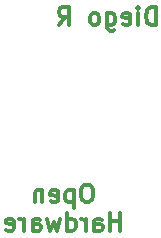
<source format=gbo>
G04 (created by PCBNEW (2013-07-07 BZR 4022)-stable) date 07/09/2014 13:51:04*
%MOIN*%
G04 Gerber Fmt 3.4, Leading zero omitted, Abs format*
%FSLAX34Y34*%
G01*
G70*
G90*
G04 APERTURE LIST*
%ADD10C,0.00590551*%
%ADD11C,0.011811*%
G04 APERTURE END LIST*
G54D10*
G54D11*
X49437Y-22089D02*
X49437Y-21498D01*
X49296Y-21498D01*
X49212Y-21526D01*
X49156Y-21583D01*
X49128Y-21639D01*
X49100Y-21751D01*
X49100Y-21836D01*
X49128Y-21948D01*
X49156Y-22005D01*
X49212Y-22061D01*
X49296Y-22089D01*
X49437Y-22089D01*
X48847Y-22089D02*
X48847Y-21695D01*
X48847Y-21498D02*
X48875Y-21526D01*
X48847Y-21555D01*
X48818Y-21526D01*
X48847Y-21498D01*
X48847Y-21555D01*
X48340Y-22061D02*
X48397Y-22089D01*
X48509Y-22089D01*
X48565Y-22061D01*
X48593Y-22005D01*
X48593Y-21780D01*
X48565Y-21723D01*
X48509Y-21695D01*
X48397Y-21695D01*
X48340Y-21723D01*
X48312Y-21780D01*
X48312Y-21836D01*
X48593Y-21892D01*
X47806Y-21695D02*
X47806Y-22173D01*
X47834Y-22230D01*
X47862Y-22258D01*
X47919Y-22286D01*
X48003Y-22286D01*
X48059Y-22258D01*
X47806Y-22061D02*
X47862Y-22089D01*
X47975Y-22089D01*
X48031Y-22061D01*
X48059Y-22033D01*
X48087Y-21976D01*
X48087Y-21808D01*
X48059Y-21751D01*
X48031Y-21723D01*
X47975Y-21695D01*
X47862Y-21695D01*
X47806Y-21723D01*
X47440Y-22089D02*
X47497Y-22061D01*
X47525Y-22033D01*
X47553Y-21976D01*
X47553Y-21808D01*
X47525Y-21751D01*
X47497Y-21723D01*
X47440Y-21695D01*
X47356Y-21695D01*
X47300Y-21723D01*
X47272Y-21751D01*
X47244Y-21808D01*
X47244Y-21976D01*
X47272Y-22033D01*
X47300Y-22061D01*
X47356Y-22089D01*
X47440Y-22089D01*
X46203Y-22089D02*
X46400Y-21808D01*
X46541Y-22089D02*
X46541Y-21498D01*
X46316Y-21498D01*
X46259Y-21526D01*
X46231Y-21555D01*
X46203Y-21611D01*
X46203Y-21695D01*
X46231Y-21751D01*
X46259Y-21780D01*
X46316Y-21808D01*
X46541Y-21808D01*
X47201Y-27404D02*
X47089Y-27404D01*
X47033Y-27432D01*
X46976Y-27488D01*
X46948Y-27601D01*
X46948Y-27798D01*
X46976Y-27910D01*
X47033Y-27966D01*
X47089Y-27994D01*
X47201Y-27994D01*
X47258Y-27966D01*
X47314Y-27910D01*
X47342Y-27798D01*
X47342Y-27601D01*
X47314Y-27488D01*
X47258Y-27432D01*
X47201Y-27404D01*
X46695Y-27601D02*
X46695Y-28191D01*
X46695Y-27629D02*
X46639Y-27601D01*
X46526Y-27601D01*
X46470Y-27629D01*
X46442Y-27657D01*
X46414Y-27713D01*
X46414Y-27882D01*
X46442Y-27938D01*
X46470Y-27966D01*
X46526Y-27994D01*
X46639Y-27994D01*
X46695Y-27966D01*
X45936Y-27966D02*
X45992Y-27994D01*
X46105Y-27994D01*
X46161Y-27966D01*
X46189Y-27910D01*
X46189Y-27685D01*
X46161Y-27629D01*
X46105Y-27601D01*
X45992Y-27601D01*
X45936Y-27629D01*
X45908Y-27685D01*
X45908Y-27741D01*
X46189Y-27798D01*
X45655Y-27601D02*
X45655Y-27994D01*
X45655Y-27657D02*
X45627Y-27629D01*
X45570Y-27601D01*
X45486Y-27601D01*
X45430Y-27629D01*
X45402Y-27685D01*
X45402Y-27994D01*
X48256Y-28939D02*
X48256Y-28349D01*
X48256Y-28630D02*
X47919Y-28630D01*
X47919Y-28939D02*
X47919Y-28349D01*
X47384Y-28939D02*
X47384Y-28630D01*
X47412Y-28574D01*
X47469Y-28546D01*
X47581Y-28546D01*
X47637Y-28574D01*
X47384Y-28911D02*
X47440Y-28939D01*
X47581Y-28939D01*
X47637Y-28911D01*
X47665Y-28855D01*
X47665Y-28799D01*
X47637Y-28742D01*
X47581Y-28714D01*
X47440Y-28714D01*
X47384Y-28686D01*
X47103Y-28939D02*
X47103Y-28546D01*
X47103Y-28658D02*
X47075Y-28602D01*
X47047Y-28574D01*
X46991Y-28546D01*
X46934Y-28546D01*
X46484Y-28939D02*
X46484Y-28349D01*
X46484Y-28911D02*
X46541Y-28939D01*
X46653Y-28939D01*
X46709Y-28911D01*
X46737Y-28883D01*
X46766Y-28827D01*
X46766Y-28658D01*
X46737Y-28602D01*
X46709Y-28574D01*
X46653Y-28546D01*
X46541Y-28546D01*
X46484Y-28574D01*
X46259Y-28546D02*
X46147Y-28939D01*
X46034Y-28658D01*
X45922Y-28939D01*
X45809Y-28546D01*
X45331Y-28939D02*
X45331Y-28630D01*
X45359Y-28574D01*
X45416Y-28546D01*
X45528Y-28546D01*
X45584Y-28574D01*
X45331Y-28911D02*
X45388Y-28939D01*
X45528Y-28939D01*
X45584Y-28911D01*
X45613Y-28855D01*
X45613Y-28799D01*
X45584Y-28742D01*
X45528Y-28714D01*
X45388Y-28714D01*
X45331Y-28686D01*
X45050Y-28939D02*
X45050Y-28546D01*
X45050Y-28658D02*
X45022Y-28602D01*
X44994Y-28574D01*
X44938Y-28546D01*
X44881Y-28546D01*
X44460Y-28911D02*
X44516Y-28939D01*
X44628Y-28939D01*
X44685Y-28911D01*
X44713Y-28855D01*
X44713Y-28630D01*
X44685Y-28574D01*
X44628Y-28546D01*
X44516Y-28546D01*
X44460Y-28574D01*
X44431Y-28630D01*
X44431Y-28686D01*
X44713Y-28742D01*
M02*

</source>
